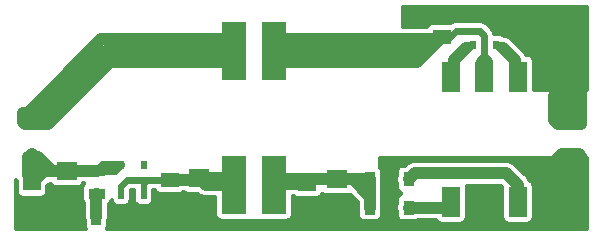
<source format=gtl>
G04 (created by PCBNEW (2013-07-07 BZR 4022)-stable) date 5/2/2017 9:55:28 AM*
%MOIN*%
G04 Gerber Fmt 3.4, Leading zero omitted, Abs format*
%FSLAX34Y34*%
G01*
G70*
G90*
G04 APERTURE LIST*
%ADD10C,0.00590551*%
%ADD11R,0.02X0.03*%
%ADD12R,0.0358268X0.0480315*%
%ADD13R,0.055X0.035*%
%ADD14R,0.035X0.055*%
%ADD15C,0.0393701*%
%ADD16R,0.071X0.063*%
%ADD17R,0.059X0.0512*%
%ADD18R,0.0614173X0.102362*%
%ADD19R,0.0826772X0.192913*%
%ADD20C,0.019685*%
%ADD21C,0.0393701*%
%ADD22C,0.0275591*%
%ADD23C,0.023622*%
%ADD24C,0.011811*%
G04 APERTURE END LIST*
G54D10*
G54D11*
X15471Y-1503D03*
X16221Y-1503D03*
X15471Y-503D03*
X15846Y-1503D03*
X16221Y-503D03*
X3739Y-6503D03*
X4489Y-6503D03*
X3739Y-5503D03*
X4114Y-6503D03*
X4489Y-5503D03*
G54D12*
X13320Y-5984D03*
X12033Y-5984D03*
X13320Y-6929D03*
X12033Y-6929D03*
G54D13*
X2933Y-5707D03*
X2933Y-6457D03*
G54D14*
X2912Y-7224D03*
X3662Y-7224D03*
G54D15*
X767Y-5145D03*
X767Y-4145D03*
X18759Y-5145D03*
X18759Y-4145D03*
G54D16*
X13425Y-1652D03*
X13425Y-552D03*
X10944Y-5985D03*
X10944Y-7085D03*
X1929Y-5709D03*
X1929Y-6809D03*
X6318Y-5926D03*
X6318Y-7026D03*
G54D17*
X767Y-6121D03*
X767Y-6871D03*
X5354Y-6002D03*
X5354Y-6752D03*
X9940Y-6140D03*
X9940Y-6890D03*
X14421Y-1252D03*
X14421Y-502D03*
G54D18*
X16964Y-2557D03*
X15846Y-2557D03*
X14728Y-2557D03*
X14728Y-6734D03*
X15846Y-6734D03*
X16964Y-6734D03*
G54D19*
X8838Y-6181D03*
X7500Y-6181D03*
X7500Y-1692D03*
X8838Y-1692D03*
G54D15*
X18759Y-6102D03*
X18759Y-5570D03*
X4055Y-7224D03*
X1929Y-7263D03*
X5354Y-7125D03*
X9940Y-7440D03*
X15846Y-7440D03*
X10944Y-7440D03*
X6318Y-7440D03*
X1358Y-7263D03*
X767Y-7263D03*
G54D20*
X1287Y-4145D02*
X1181Y-4251D01*
X1181Y-4251D02*
X492Y-4251D01*
X492Y-4251D02*
X354Y-4114D01*
X354Y-4114D02*
X354Y-3740D01*
X354Y-3740D02*
X433Y-3661D01*
X433Y-3661D02*
X728Y-3661D01*
G54D21*
X7500Y-1692D02*
X7125Y-1318D01*
X7125Y-1318D02*
X3070Y-1318D01*
X3070Y-1318D02*
X728Y-3661D01*
X728Y-3661D02*
X531Y-3858D01*
X531Y-3858D02*
X531Y-3909D01*
X531Y-3909D02*
X767Y-4145D01*
X7500Y-1692D02*
X7125Y-2066D01*
X7125Y-2066D02*
X3366Y-2066D01*
X3366Y-2066D02*
X1287Y-4145D01*
X1287Y-4145D02*
X767Y-4145D01*
X7500Y-1692D02*
X3220Y-1692D01*
X3220Y-1692D02*
X767Y-4145D01*
G54D20*
X767Y-5145D02*
X992Y-5145D01*
X992Y-5145D02*
X1556Y-5709D01*
X1556Y-5709D02*
X1929Y-5709D01*
X767Y-5145D02*
X602Y-5145D01*
X602Y-5145D02*
X531Y-5216D01*
X531Y-5216D02*
X531Y-5884D01*
X531Y-5884D02*
X767Y-6121D01*
G54D22*
X3739Y-5503D02*
X3535Y-5707D01*
X3535Y-5707D02*
X2933Y-5707D01*
X3739Y-5503D02*
X3136Y-5503D01*
X3136Y-5503D02*
X2933Y-5707D01*
G54D21*
X2933Y-5707D02*
X1931Y-5707D01*
X1931Y-5707D02*
X1929Y-5709D01*
X1261Y-5709D02*
X1178Y-5709D01*
X1178Y-5709D02*
X767Y-6121D01*
X1929Y-5709D02*
X1261Y-5709D01*
X1261Y-5709D02*
X767Y-5216D01*
X767Y-5216D02*
X767Y-5145D01*
X767Y-5145D02*
X767Y-6121D01*
X18759Y-4145D02*
X19043Y-4145D01*
X19043Y-4145D02*
X19055Y-4133D01*
X19055Y-4133D02*
X19055Y-3850D01*
X18759Y-4145D02*
X18289Y-4145D01*
X18289Y-4145D02*
X18159Y-4015D01*
X18159Y-4015D02*
X18159Y-3198D01*
X18159Y-3198D02*
X18454Y-2903D01*
X18759Y-4145D02*
X18454Y-3840D01*
X18454Y-3840D02*
X18454Y-2903D01*
X18454Y-2903D02*
X18759Y-2598D01*
X18759Y-4145D02*
X19055Y-3850D01*
X19055Y-3850D02*
X19055Y-2893D01*
X19055Y-2893D02*
X18759Y-2598D01*
G54D23*
X18759Y-4145D02*
X18759Y-2598D01*
X18759Y-2598D02*
X18759Y-2224D01*
X18759Y-2224D02*
X17039Y-503D01*
X17039Y-503D02*
X16221Y-503D01*
X14421Y-502D02*
X13474Y-502D01*
X13474Y-502D02*
X13425Y-552D01*
X15471Y-503D02*
X14422Y-503D01*
X14422Y-503D02*
X14421Y-502D01*
X16221Y-503D02*
X15471Y-503D01*
X3662Y-7224D02*
X4055Y-7224D01*
X1929Y-6809D02*
X1929Y-7263D01*
G54D20*
X4114Y-6978D02*
X5128Y-6978D01*
X5128Y-6978D02*
X5354Y-6752D01*
G54D21*
X18759Y-5145D02*
X18994Y-5145D01*
X18994Y-5145D02*
X19114Y-5265D01*
X19114Y-5265D02*
X19114Y-5501D01*
X19114Y-5501D02*
X18745Y-5871D01*
X18759Y-5145D02*
X18446Y-5145D01*
X18446Y-5145D02*
X18248Y-5344D01*
X18248Y-5344D02*
X18248Y-5374D01*
X18248Y-5374D02*
X18745Y-5871D01*
X18745Y-5871D02*
X18759Y-5885D01*
G54D20*
X18759Y-5145D02*
X18759Y-5570D01*
X18759Y-5570D02*
X18759Y-5885D01*
X18759Y-5885D02*
X18759Y-6102D01*
X18759Y-6102D02*
X18759Y-6791D01*
X18759Y-6791D02*
X17972Y-7578D01*
X17972Y-7578D02*
X15984Y-7578D01*
X15984Y-7578D02*
X15846Y-7440D01*
X5354Y-6752D02*
X5354Y-7125D01*
X9940Y-6890D02*
X9940Y-7440D01*
X15846Y-7440D02*
X15669Y-7618D01*
X15669Y-7618D02*
X11122Y-7618D01*
X11122Y-7618D02*
X10944Y-7440D01*
X15846Y-6734D02*
X15846Y-7440D01*
X10944Y-7085D02*
X10944Y-7440D01*
X6318Y-7026D02*
X6318Y-7440D01*
X1358Y-6871D02*
X1358Y-7263D01*
X767Y-6871D02*
X767Y-7263D01*
X4114Y-6503D02*
X4114Y-6978D01*
X4114Y-6978D02*
X4114Y-7007D01*
X4114Y-7007D02*
X3897Y-7224D01*
X3897Y-7224D02*
X3662Y-7224D01*
G54D21*
X767Y-6871D02*
X1358Y-6871D01*
X1358Y-6871D02*
X1867Y-6871D01*
X1867Y-6871D02*
X1929Y-6809D01*
X6318Y-7026D02*
X6792Y-7500D01*
X6792Y-7500D02*
X9586Y-7500D01*
X9586Y-7500D02*
X9940Y-7145D01*
X9940Y-7145D02*
X9940Y-6890D01*
X5354Y-6752D02*
X5627Y-7026D01*
X5627Y-7026D02*
X6318Y-7026D01*
X9940Y-6890D02*
X10135Y-7085D01*
X10135Y-7085D02*
X10944Y-7085D01*
X12952Y-1318D02*
X14355Y-1318D01*
X14355Y-1318D02*
X14421Y-1252D01*
X8838Y-1692D02*
X9212Y-1318D01*
X9212Y-1318D02*
X12952Y-1318D01*
X12952Y-1318D02*
X13010Y-1318D01*
X13010Y-1318D02*
X13384Y-1692D01*
X13384Y-1692D02*
X13425Y-1652D01*
X8838Y-1692D02*
X9212Y-2066D01*
X9212Y-2066D02*
X13607Y-2066D01*
X13607Y-2066D02*
X14021Y-1652D01*
X8838Y-1692D02*
X13384Y-1692D01*
X13384Y-1692D02*
X13425Y-1652D01*
X14421Y-1252D02*
X14021Y-1652D01*
X14021Y-1652D02*
X13425Y-1652D01*
G54D23*
X15846Y-1503D02*
X15846Y-1200D01*
X15846Y-1200D02*
X15688Y-1043D01*
X15688Y-1043D02*
X14901Y-1043D01*
X14901Y-1043D02*
X14691Y-1252D01*
X14691Y-1252D02*
X14421Y-1252D01*
G54D20*
X15846Y-1830D02*
X15649Y-2027D01*
X15649Y-2027D02*
X15649Y-2360D01*
X15649Y-2360D02*
X15846Y-2557D01*
X15846Y-1830D02*
X16043Y-2027D01*
X16043Y-2027D02*
X16043Y-2360D01*
X16043Y-2360D02*
X15846Y-2557D01*
G54D23*
X15846Y-1503D02*
X15846Y-1692D01*
X15846Y-1692D02*
X15846Y-1830D01*
X15846Y-1830D02*
X15846Y-2557D01*
G54D21*
X16964Y-6734D02*
X16964Y-6177D01*
X13517Y-5787D02*
X13320Y-5984D01*
X16574Y-5787D02*
X13517Y-5787D01*
X16964Y-6177D02*
X16574Y-5787D01*
X14728Y-6734D02*
X14533Y-6929D01*
X14533Y-6929D02*
X13320Y-6929D01*
G54D20*
X4489Y-6503D02*
X4489Y-6140D01*
X4489Y-6140D02*
X4626Y-6002D01*
G54D23*
X5354Y-6002D02*
X4626Y-6002D01*
X4626Y-6002D02*
X3937Y-6002D01*
X3937Y-6002D02*
X3740Y-6200D01*
G54D20*
X3740Y-6200D02*
X3740Y-6502D01*
X3740Y-6502D02*
X3739Y-6503D01*
G54D21*
X5354Y-6002D02*
X6242Y-6002D01*
X6242Y-6002D02*
X6318Y-5926D01*
X7500Y-6181D02*
X7480Y-6161D01*
X7480Y-6161D02*
X6553Y-6161D01*
X6553Y-6161D02*
X6318Y-5926D01*
X6318Y-5926D02*
X7245Y-5926D01*
X7245Y-5926D02*
X7500Y-6181D01*
X2933Y-6457D02*
X2912Y-6478D01*
X2912Y-6478D02*
X2912Y-7224D01*
G54D20*
X16221Y-1503D02*
X16484Y-1503D01*
X16484Y-1503D02*
X16964Y-1984D01*
X16964Y-1984D02*
X16964Y-2557D01*
X16221Y-1503D02*
X16964Y-2247D01*
X16964Y-2247D02*
X16964Y-2557D01*
X15471Y-1503D02*
X15208Y-1503D01*
X15208Y-1503D02*
X14728Y-1984D01*
X14728Y-1984D02*
X14728Y-2557D01*
X15471Y-1503D02*
X14728Y-2247D01*
X14728Y-2247D02*
X14728Y-2557D01*
G54D21*
X8838Y-6181D02*
X9035Y-5984D01*
X9035Y-5984D02*
X10943Y-5984D01*
X10943Y-5984D02*
X10944Y-5985D01*
X8838Y-6181D02*
X8878Y-6140D01*
X8878Y-6140D02*
X9940Y-6140D01*
X10944Y-5985D02*
X10096Y-5985D01*
X10096Y-5985D02*
X9940Y-6140D01*
X10944Y-5985D02*
X11457Y-5985D01*
X11457Y-5985D02*
X12033Y-6561D01*
X10944Y-5985D02*
X12032Y-5985D01*
X12032Y-5985D02*
X12033Y-5984D01*
X12033Y-6929D02*
X12033Y-6561D01*
X12033Y-6561D02*
X12033Y-5984D01*
G54D10*
G36*
X19251Y-3011D02*
X17488Y-3011D01*
X17488Y-2024D01*
X17479Y-1982D01*
X17463Y-1943D01*
X17440Y-1907D01*
X17410Y-1877D01*
X17375Y-1853D01*
X17335Y-1837D01*
X17294Y-1828D01*
X17251Y-1828D01*
X17236Y-1828D01*
X17228Y-1812D01*
X17227Y-1811D01*
X17226Y-1809D01*
X17208Y-1787D01*
X17190Y-1764D01*
X17188Y-1762D01*
X17188Y-1762D01*
X17188Y-1762D01*
X17187Y-1761D01*
X16706Y-1281D01*
X16684Y-1262D01*
X16662Y-1244D01*
X16660Y-1243D01*
X16659Y-1242D01*
X16633Y-1228D01*
X16608Y-1214D01*
X16606Y-1213D01*
X16605Y-1213D01*
X16577Y-1204D01*
X16549Y-1195D01*
X16548Y-1195D01*
X16546Y-1195D01*
X16517Y-1192D01*
X16488Y-1189D01*
X16485Y-1188D01*
X16485Y-1188D01*
X16485Y-1188D01*
X16484Y-1188D01*
X16462Y-1188D01*
X16460Y-1186D01*
X16424Y-1162D01*
X16385Y-1146D01*
X16344Y-1137D01*
X16301Y-1137D01*
X16174Y-1137D01*
X16174Y-1135D01*
X16165Y-1106D01*
X16157Y-1076D01*
X16156Y-1074D01*
X16155Y-1073D01*
X16141Y-1045D01*
X16127Y-1018D01*
X16126Y-1017D01*
X16125Y-1015D01*
X16105Y-991D01*
X16086Y-967D01*
X16083Y-965D01*
X16083Y-964D01*
X16083Y-964D01*
X16083Y-964D01*
X15925Y-806D01*
X15901Y-787D01*
X15878Y-767D01*
X15876Y-766D01*
X15875Y-765D01*
X15847Y-750D01*
X15820Y-735D01*
X15819Y-735D01*
X15817Y-734D01*
X15787Y-725D01*
X15758Y-715D01*
X15756Y-715D01*
X15755Y-715D01*
X15724Y-712D01*
X15693Y-708D01*
X15690Y-708D01*
X15690Y-708D01*
X15690Y-708D01*
X15688Y-708D01*
X14901Y-708D01*
X14870Y-711D01*
X14840Y-714D01*
X14838Y-714D01*
X14836Y-715D01*
X14806Y-723D01*
X14777Y-732D01*
X14775Y-733D01*
X14774Y-733D01*
X14746Y-748D01*
X14719Y-762D01*
X14717Y-763D01*
X14716Y-764D01*
X14697Y-780D01*
X14696Y-780D01*
X14105Y-780D01*
X14063Y-788D01*
X14024Y-804D01*
X13988Y-828D01*
X13958Y-858D01*
X13934Y-893D01*
X13929Y-905D01*
X13129Y-905D01*
X13129Y-236D01*
X19251Y-236D01*
X19251Y-3011D01*
X19251Y-3011D01*
G37*
G54D24*
X19251Y-3011D02*
X17488Y-3011D01*
X17488Y-2024D01*
X17479Y-1982D01*
X17463Y-1943D01*
X17440Y-1907D01*
X17410Y-1877D01*
X17375Y-1853D01*
X17335Y-1837D01*
X17294Y-1828D01*
X17251Y-1828D01*
X17236Y-1828D01*
X17228Y-1812D01*
X17227Y-1811D01*
X17226Y-1809D01*
X17208Y-1787D01*
X17190Y-1764D01*
X17188Y-1762D01*
X17188Y-1762D01*
X17188Y-1762D01*
X17187Y-1761D01*
X16706Y-1281D01*
X16684Y-1262D01*
X16662Y-1244D01*
X16660Y-1243D01*
X16659Y-1242D01*
X16633Y-1228D01*
X16608Y-1214D01*
X16606Y-1213D01*
X16605Y-1213D01*
X16577Y-1204D01*
X16549Y-1195D01*
X16548Y-1195D01*
X16546Y-1195D01*
X16517Y-1192D01*
X16488Y-1189D01*
X16485Y-1188D01*
X16485Y-1188D01*
X16485Y-1188D01*
X16484Y-1188D01*
X16462Y-1188D01*
X16460Y-1186D01*
X16424Y-1162D01*
X16385Y-1146D01*
X16344Y-1137D01*
X16301Y-1137D01*
X16174Y-1137D01*
X16174Y-1135D01*
X16165Y-1106D01*
X16157Y-1076D01*
X16156Y-1074D01*
X16155Y-1073D01*
X16141Y-1045D01*
X16127Y-1018D01*
X16126Y-1017D01*
X16125Y-1015D01*
X16105Y-991D01*
X16086Y-967D01*
X16083Y-965D01*
X16083Y-964D01*
X16083Y-964D01*
X16083Y-964D01*
X15925Y-806D01*
X15901Y-787D01*
X15878Y-767D01*
X15876Y-766D01*
X15875Y-765D01*
X15847Y-750D01*
X15820Y-735D01*
X15819Y-735D01*
X15817Y-734D01*
X15787Y-725D01*
X15758Y-715D01*
X15756Y-715D01*
X15755Y-715D01*
X15724Y-712D01*
X15693Y-708D01*
X15690Y-708D01*
X15690Y-708D01*
X15690Y-708D01*
X15688Y-708D01*
X14901Y-708D01*
X14870Y-711D01*
X14840Y-714D01*
X14838Y-714D01*
X14836Y-715D01*
X14806Y-723D01*
X14777Y-732D01*
X14775Y-733D01*
X14774Y-733D01*
X14746Y-748D01*
X14719Y-762D01*
X14717Y-763D01*
X14716Y-764D01*
X14697Y-780D01*
X14696Y-780D01*
X14105Y-780D01*
X14063Y-788D01*
X14024Y-804D01*
X13988Y-828D01*
X13958Y-858D01*
X13934Y-893D01*
X13929Y-905D01*
X13129Y-905D01*
X13129Y-236D01*
X19251Y-236D01*
X19251Y-3011D01*
G54D10*
G36*
X2569Y-7637D02*
X236Y-7637D01*
X236Y-5992D01*
X239Y-6001D01*
X239Y-6003D01*
X240Y-6004D01*
X253Y-6030D01*
X256Y-6034D01*
X256Y-6398D01*
X264Y-6439D01*
X280Y-6479D01*
X304Y-6514D01*
X334Y-6544D01*
X369Y-6568D01*
X408Y-6584D01*
X449Y-6593D01*
X492Y-6593D01*
X1083Y-6593D01*
X1125Y-6585D01*
X1164Y-6569D01*
X1200Y-6545D01*
X1230Y-6515D01*
X1254Y-6480D01*
X1270Y-6441D01*
X1279Y-6399D01*
X1279Y-6357D01*
X1279Y-6194D01*
X1350Y-6123D01*
X1380Y-6123D01*
X1382Y-6126D01*
X1405Y-6162D01*
X1435Y-6192D01*
X1470Y-6216D01*
X1509Y-6232D01*
X1551Y-6241D01*
X1593Y-6241D01*
X2305Y-6241D01*
X2347Y-6233D01*
X2386Y-6216D01*
X2421Y-6193D01*
X2451Y-6163D01*
X2475Y-6128D01*
X2478Y-6121D01*
X2513Y-6121D01*
X2490Y-6143D01*
X2466Y-6179D01*
X2450Y-6218D01*
X2441Y-6259D01*
X2441Y-6302D01*
X2441Y-6653D01*
X2449Y-6695D01*
X2465Y-6734D01*
X2489Y-6770D01*
X2499Y-6779D01*
X2499Y-7224D01*
X2506Y-7304D01*
X2520Y-7350D01*
X2520Y-7520D01*
X2529Y-7562D01*
X2545Y-7601D01*
X2568Y-7636D01*
X2569Y-7637D01*
X2569Y-7637D01*
G37*
G54D24*
X2569Y-7637D02*
X236Y-7637D01*
X236Y-5992D01*
X239Y-6001D01*
X239Y-6003D01*
X240Y-6004D01*
X253Y-6030D01*
X256Y-6034D01*
X256Y-6398D01*
X264Y-6439D01*
X280Y-6479D01*
X304Y-6514D01*
X334Y-6544D01*
X369Y-6568D01*
X408Y-6584D01*
X449Y-6593D01*
X492Y-6593D01*
X1083Y-6593D01*
X1125Y-6585D01*
X1164Y-6569D01*
X1200Y-6545D01*
X1230Y-6515D01*
X1254Y-6480D01*
X1270Y-6441D01*
X1279Y-6399D01*
X1279Y-6357D01*
X1279Y-6194D01*
X1350Y-6123D01*
X1380Y-6123D01*
X1382Y-6126D01*
X1405Y-6162D01*
X1435Y-6192D01*
X1470Y-6216D01*
X1509Y-6232D01*
X1551Y-6241D01*
X1593Y-6241D01*
X2305Y-6241D01*
X2347Y-6233D01*
X2386Y-6216D01*
X2421Y-6193D01*
X2451Y-6163D01*
X2475Y-6128D01*
X2478Y-6121D01*
X2513Y-6121D01*
X2490Y-6143D01*
X2466Y-6179D01*
X2450Y-6218D01*
X2441Y-6259D01*
X2441Y-6302D01*
X2441Y-6653D01*
X2449Y-6695D01*
X2465Y-6734D01*
X2489Y-6770D01*
X2499Y-6779D01*
X2499Y-7224D01*
X2506Y-7304D01*
X2520Y-7350D01*
X2520Y-7520D01*
X2529Y-7562D01*
X2545Y-7601D01*
X2568Y-7636D01*
X2569Y-7637D01*
G54D10*
G36*
X19251Y-7637D02*
X17488Y-7637D01*
X17488Y-7226D01*
X17488Y-6201D01*
X17479Y-6159D01*
X17463Y-6120D01*
X17440Y-6084D01*
X17410Y-6054D01*
X17375Y-6031D01*
X17346Y-6018D01*
X17328Y-5985D01*
X17311Y-5952D01*
X17309Y-5950D01*
X17308Y-5948D01*
X17284Y-5918D01*
X17260Y-5888D01*
X17257Y-5885D01*
X17257Y-5885D01*
X17257Y-5885D01*
X17256Y-5884D01*
X16867Y-5495D01*
X16837Y-5470D01*
X16808Y-5446D01*
X16806Y-5445D01*
X16804Y-5443D01*
X16771Y-5425D01*
X16737Y-5407D01*
X16735Y-5406D01*
X16733Y-5405D01*
X16697Y-5394D01*
X16660Y-5383D01*
X16658Y-5382D01*
X16656Y-5382D01*
X16618Y-5378D01*
X16580Y-5374D01*
X16576Y-5374D01*
X16576Y-5374D01*
X16576Y-5374D01*
X16574Y-5374D01*
X13517Y-5374D01*
X13479Y-5377D01*
X13441Y-5381D01*
X13439Y-5381D01*
X13437Y-5381D01*
X13400Y-5392D01*
X13364Y-5403D01*
X13362Y-5404D01*
X13360Y-5405D01*
X13326Y-5423D01*
X13292Y-5440D01*
X13290Y-5442D01*
X13288Y-5443D01*
X13259Y-5467D01*
X13229Y-5491D01*
X13226Y-5494D01*
X13226Y-5494D01*
X13226Y-5494D01*
X13225Y-5495D01*
X13192Y-5527D01*
X13120Y-5527D01*
X13078Y-5535D01*
X13039Y-5551D01*
X13004Y-5575D01*
X12974Y-5605D01*
X12950Y-5640D01*
X12933Y-5679D01*
X12925Y-5721D01*
X12925Y-5763D01*
X12925Y-5871D01*
X12915Y-5902D01*
X12907Y-5982D01*
X12915Y-6063D01*
X12925Y-6096D01*
X12925Y-6245D01*
X12933Y-6287D01*
X12949Y-6326D01*
X12973Y-6361D01*
X13003Y-6392D01*
X13038Y-6415D01*
X13070Y-6429D01*
X13070Y-6483D01*
X13039Y-6496D01*
X13004Y-6520D01*
X12974Y-6550D01*
X12950Y-6585D01*
X12933Y-6624D01*
X12925Y-6666D01*
X12925Y-6708D01*
X12925Y-6816D01*
X12915Y-6846D01*
X12907Y-6926D01*
X12914Y-7006D01*
X12925Y-7041D01*
X12925Y-7190D01*
X12933Y-7232D01*
X12949Y-7271D01*
X12973Y-7306D01*
X13003Y-7336D01*
X13038Y-7360D01*
X13077Y-7377D01*
X13118Y-7385D01*
X13161Y-7385D01*
X13521Y-7385D01*
X13562Y-7377D01*
X13602Y-7361D01*
X13630Y-7342D01*
X14226Y-7342D01*
X14229Y-7348D01*
X14252Y-7383D01*
X14282Y-7413D01*
X14317Y-7437D01*
X14356Y-7453D01*
X14398Y-7462D01*
X14440Y-7462D01*
X15056Y-7462D01*
X15098Y-7454D01*
X15137Y-7438D01*
X15172Y-7414D01*
X15203Y-7384D01*
X15226Y-7349D01*
X15243Y-7310D01*
X15251Y-7268D01*
X15252Y-7226D01*
X15251Y-6201D01*
X15251Y-6200D01*
X16403Y-6200D01*
X16440Y-6238D01*
X16440Y-6242D01*
X16440Y-7267D01*
X16449Y-7308D01*
X16465Y-7348D01*
X16488Y-7383D01*
X16518Y-7413D01*
X16553Y-7437D01*
X16593Y-7453D01*
X16634Y-7462D01*
X16677Y-7462D01*
X17292Y-7462D01*
X17334Y-7454D01*
X17373Y-7438D01*
X17409Y-7414D01*
X17439Y-7384D01*
X17463Y-7349D01*
X17479Y-7310D01*
X17488Y-7268D01*
X17488Y-7226D01*
X17488Y-7637D01*
X3255Y-7637D01*
X3278Y-7602D01*
X3295Y-7563D01*
X3303Y-7522D01*
X3304Y-7479D01*
X3304Y-7350D01*
X3316Y-7310D01*
X3325Y-7230D01*
X3325Y-7224D01*
X3325Y-6814D01*
X3345Y-6801D01*
X3375Y-6771D01*
X3399Y-6736D01*
X3415Y-6697D01*
X3422Y-6664D01*
X3422Y-6675D01*
X3430Y-6716D01*
X3447Y-6756D01*
X3470Y-6791D01*
X3500Y-6821D01*
X3535Y-6845D01*
X3574Y-6861D01*
X3616Y-6870D01*
X3658Y-6870D01*
X3860Y-6870D01*
X3902Y-6862D01*
X3941Y-6846D01*
X3976Y-6822D01*
X4006Y-6792D01*
X4030Y-6757D01*
X4047Y-6718D01*
X4055Y-6676D01*
X4055Y-6634D01*
X4055Y-6358D01*
X4076Y-6337D01*
X4172Y-6337D01*
X4172Y-6373D01*
X4172Y-6675D01*
X4180Y-6716D01*
X4197Y-6756D01*
X4220Y-6791D01*
X4250Y-6821D01*
X4285Y-6845D01*
X4324Y-6861D01*
X4366Y-6870D01*
X4408Y-6870D01*
X4610Y-6870D01*
X4652Y-6862D01*
X4691Y-6846D01*
X4726Y-6822D01*
X4756Y-6792D01*
X4780Y-6757D01*
X4797Y-6718D01*
X4805Y-6676D01*
X4805Y-6634D01*
X4805Y-6337D01*
X4857Y-6337D01*
X4867Y-6361D01*
X4890Y-6396D01*
X4920Y-6426D01*
X4955Y-6450D01*
X4994Y-6466D01*
X5036Y-6475D01*
X5079Y-6475D01*
X5670Y-6475D01*
X5712Y-6467D01*
X5751Y-6451D01*
X5786Y-6427D01*
X5798Y-6416D01*
X5836Y-6416D01*
X5860Y-6432D01*
X5899Y-6449D01*
X5941Y-6457D01*
X5983Y-6458D01*
X6266Y-6458D01*
X6291Y-6477D01*
X6320Y-6502D01*
X6322Y-6503D01*
X6323Y-6504D01*
X6357Y-6522D01*
X6391Y-6541D01*
X6393Y-6542D01*
X6395Y-6543D01*
X6431Y-6554D01*
X6467Y-6565D01*
X6470Y-6566D01*
X6472Y-6566D01*
X6510Y-6570D01*
X6548Y-6574D01*
X6552Y-6574D01*
X6552Y-6574D01*
X6552Y-6574D01*
X6553Y-6574D01*
X6870Y-6574D01*
X6870Y-7166D01*
X6878Y-7208D01*
X6894Y-7247D01*
X6917Y-7283D01*
X6947Y-7313D01*
X6983Y-7337D01*
X7022Y-7353D01*
X7063Y-7362D01*
X7106Y-7362D01*
X7934Y-7362D01*
X7934Y-7362D01*
X8423Y-7362D01*
X8444Y-7362D01*
X9273Y-7362D01*
X9314Y-7353D01*
X9354Y-7337D01*
X9389Y-7314D01*
X9419Y-7284D01*
X9443Y-7249D01*
X9459Y-7210D01*
X9468Y-7168D01*
X9468Y-7125D01*
X9468Y-6554D01*
X9497Y-6554D01*
X9507Y-6564D01*
X9542Y-6588D01*
X9581Y-6604D01*
X9623Y-6613D01*
X9665Y-6613D01*
X10257Y-6613D01*
X10298Y-6605D01*
X10338Y-6588D01*
X10373Y-6565D01*
X10403Y-6535D01*
X10427Y-6500D01*
X10443Y-6461D01*
X10443Y-6460D01*
X10451Y-6468D01*
X10486Y-6491D01*
X10525Y-6508D01*
X10567Y-6516D01*
X10609Y-6517D01*
X11321Y-6516D01*
X11362Y-6508D01*
X11386Y-6498D01*
X11620Y-6732D01*
X11620Y-6929D01*
X11627Y-7009D01*
X11637Y-7041D01*
X11637Y-7190D01*
X11646Y-7232D01*
X11662Y-7271D01*
X11685Y-7306D01*
X11715Y-7336D01*
X11750Y-7360D01*
X11789Y-7377D01*
X11831Y-7385D01*
X11874Y-7385D01*
X12233Y-7385D01*
X12275Y-7377D01*
X12314Y-7361D01*
X12350Y-7337D01*
X12380Y-7307D01*
X12403Y-7272D01*
X12420Y-7233D01*
X12428Y-7192D01*
X12429Y-7149D01*
X12429Y-7042D01*
X12437Y-7015D01*
X12446Y-6934D01*
X12446Y-6929D01*
X12446Y-6561D01*
X12446Y-5984D01*
X12442Y-5944D01*
X12439Y-5905D01*
X12439Y-5904D01*
X12438Y-5903D01*
X12429Y-5871D01*
X12429Y-5722D01*
X12420Y-5681D01*
X12404Y-5641D01*
X12381Y-5606D01*
X12372Y-5597D01*
X12372Y-5275D01*
X19251Y-5275D01*
X19251Y-7637D01*
X19251Y-7637D01*
G37*
G54D24*
X19251Y-7637D02*
X17488Y-7637D01*
X17488Y-7226D01*
X17488Y-6201D01*
X17479Y-6159D01*
X17463Y-6120D01*
X17440Y-6084D01*
X17410Y-6054D01*
X17375Y-6031D01*
X17346Y-6018D01*
X17328Y-5985D01*
X17311Y-5952D01*
X17309Y-5950D01*
X17308Y-5948D01*
X17284Y-5918D01*
X17260Y-5888D01*
X17257Y-5885D01*
X17257Y-5885D01*
X17257Y-5885D01*
X17256Y-5884D01*
X16867Y-5495D01*
X16837Y-5470D01*
X16808Y-5446D01*
X16806Y-5445D01*
X16804Y-5443D01*
X16771Y-5425D01*
X16737Y-5407D01*
X16735Y-5406D01*
X16733Y-5405D01*
X16697Y-5394D01*
X16660Y-5383D01*
X16658Y-5382D01*
X16656Y-5382D01*
X16618Y-5378D01*
X16580Y-5374D01*
X16576Y-5374D01*
X16576Y-5374D01*
X16576Y-5374D01*
X16574Y-5374D01*
X13517Y-5374D01*
X13479Y-5377D01*
X13441Y-5381D01*
X13439Y-5381D01*
X13437Y-5381D01*
X13400Y-5392D01*
X13364Y-5403D01*
X13362Y-5404D01*
X13360Y-5405D01*
X13326Y-5423D01*
X13292Y-5440D01*
X13290Y-5442D01*
X13288Y-5443D01*
X13259Y-5467D01*
X13229Y-5491D01*
X13226Y-5494D01*
X13226Y-5494D01*
X13226Y-5494D01*
X13225Y-5495D01*
X13192Y-5527D01*
X13120Y-5527D01*
X13078Y-5535D01*
X13039Y-5551D01*
X13004Y-5575D01*
X12974Y-5605D01*
X12950Y-5640D01*
X12933Y-5679D01*
X12925Y-5721D01*
X12925Y-5763D01*
X12925Y-5871D01*
X12915Y-5902D01*
X12907Y-5982D01*
X12915Y-6063D01*
X12925Y-6096D01*
X12925Y-6245D01*
X12933Y-6287D01*
X12949Y-6326D01*
X12973Y-6361D01*
X13003Y-6392D01*
X13038Y-6415D01*
X13070Y-6429D01*
X13070Y-6483D01*
X13039Y-6496D01*
X13004Y-6520D01*
X12974Y-6550D01*
X12950Y-6585D01*
X12933Y-6624D01*
X12925Y-6666D01*
X12925Y-6708D01*
X12925Y-6816D01*
X12915Y-6846D01*
X12907Y-6926D01*
X12914Y-7006D01*
X12925Y-7041D01*
X12925Y-7190D01*
X12933Y-7232D01*
X12949Y-7271D01*
X12973Y-7306D01*
X13003Y-7336D01*
X13038Y-7360D01*
X13077Y-7377D01*
X13118Y-7385D01*
X13161Y-7385D01*
X13521Y-7385D01*
X13562Y-7377D01*
X13602Y-7361D01*
X13630Y-7342D01*
X14226Y-7342D01*
X14229Y-7348D01*
X14252Y-7383D01*
X14282Y-7413D01*
X14317Y-7437D01*
X14356Y-7453D01*
X14398Y-7462D01*
X14440Y-7462D01*
X15056Y-7462D01*
X15098Y-7454D01*
X15137Y-7438D01*
X15172Y-7414D01*
X15203Y-7384D01*
X15226Y-7349D01*
X15243Y-7310D01*
X15251Y-7268D01*
X15252Y-7226D01*
X15251Y-6201D01*
X15251Y-6200D01*
X16403Y-6200D01*
X16440Y-6238D01*
X16440Y-6242D01*
X16440Y-7267D01*
X16449Y-7308D01*
X16465Y-7348D01*
X16488Y-7383D01*
X16518Y-7413D01*
X16553Y-7437D01*
X16593Y-7453D01*
X16634Y-7462D01*
X16677Y-7462D01*
X17292Y-7462D01*
X17334Y-7454D01*
X17373Y-7438D01*
X17409Y-7414D01*
X17439Y-7384D01*
X17463Y-7349D01*
X17479Y-7310D01*
X17488Y-7268D01*
X17488Y-7226D01*
X17488Y-7637D01*
X3255Y-7637D01*
X3278Y-7602D01*
X3295Y-7563D01*
X3303Y-7522D01*
X3304Y-7479D01*
X3304Y-7350D01*
X3316Y-7310D01*
X3325Y-7230D01*
X3325Y-7224D01*
X3325Y-6814D01*
X3345Y-6801D01*
X3375Y-6771D01*
X3399Y-6736D01*
X3415Y-6697D01*
X3422Y-6664D01*
X3422Y-6675D01*
X3430Y-6716D01*
X3447Y-6756D01*
X3470Y-6791D01*
X3500Y-6821D01*
X3535Y-6845D01*
X3574Y-6861D01*
X3616Y-6870D01*
X3658Y-6870D01*
X3860Y-6870D01*
X3902Y-6862D01*
X3941Y-6846D01*
X3976Y-6822D01*
X4006Y-6792D01*
X4030Y-6757D01*
X4047Y-6718D01*
X4055Y-6676D01*
X4055Y-6634D01*
X4055Y-6358D01*
X4076Y-6337D01*
X4172Y-6337D01*
X4172Y-6373D01*
X4172Y-6675D01*
X4180Y-6716D01*
X4197Y-6756D01*
X4220Y-6791D01*
X4250Y-6821D01*
X4285Y-6845D01*
X4324Y-6861D01*
X4366Y-6870D01*
X4408Y-6870D01*
X4610Y-6870D01*
X4652Y-6862D01*
X4691Y-6846D01*
X4726Y-6822D01*
X4756Y-6792D01*
X4780Y-6757D01*
X4797Y-6718D01*
X4805Y-6676D01*
X4805Y-6634D01*
X4805Y-6337D01*
X4857Y-6337D01*
X4867Y-6361D01*
X4890Y-6396D01*
X4920Y-6426D01*
X4955Y-6450D01*
X4994Y-6466D01*
X5036Y-6475D01*
X5079Y-6475D01*
X5670Y-6475D01*
X5712Y-6467D01*
X5751Y-6451D01*
X5786Y-6427D01*
X5798Y-6416D01*
X5836Y-6416D01*
X5860Y-6432D01*
X5899Y-6449D01*
X5941Y-6457D01*
X5983Y-6458D01*
X6266Y-6458D01*
X6291Y-6477D01*
X6320Y-6502D01*
X6322Y-6503D01*
X6323Y-6504D01*
X6357Y-6522D01*
X6391Y-6541D01*
X6393Y-6542D01*
X6395Y-6543D01*
X6431Y-6554D01*
X6467Y-6565D01*
X6470Y-6566D01*
X6472Y-6566D01*
X6510Y-6570D01*
X6548Y-6574D01*
X6552Y-6574D01*
X6552Y-6574D01*
X6552Y-6574D01*
X6553Y-6574D01*
X6870Y-6574D01*
X6870Y-7166D01*
X6878Y-7208D01*
X6894Y-7247D01*
X6917Y-7283D01*
X6947Y-7313D01*
X6983Y-7337D01*
X7022Y-7353D01*
X7063Y-7362D01*
X7106Y-7362D01*
X7934Y-7362D01*
X7934Y-7362D01*
X8423Y-7362D01*
X8444Y-7362D01*
X9273Y-7362D01*
X9314Y-7353D01*
X9354Y-7337D01*
X9389Y-7314D01*
X9419Y-7284D01*
X9443Y-7249D01*
X9459Y-7210D01*
X9468Y-7168D01*
X9468Y-7125D01*
X9468Y-6554D01*
X9497Y-6554D01*
X9507Y-6564D01*
X9542Y-6588D01*
X9581Y-6604D01*
X9623Y-6613D01*
X9665Y-6613D01*
X10257Y-6613D01*
X10298Y-6605D01*
X10338Y-6588D01*
X10373Y-6565D01*
X10403Y-6535D01*
X10427Y-6500D01*
X10443Y-6461D01*
X10443Y-6460D01*
X10451Y-6468D01*
X10486Y-6491D01*
X10525Y-6508D01*
X10567Y-6516D01*
X10609Y-6517D01*
X11321Y-6516D01*
X11362Y-6508D01*
X11386Y-6498D01*
X11620Y-6732D01*
X11620Y-6929D01*
X11627Y-7009D01*
X11637Y-7041D01*
X11637Y-7190D01*
X11646Y-7232D01*
X11662Y-7271D01*
X11685Y-7306D01*
X11715Y-7336D01*
X11750Y-7360D01*
X11789Y-7377D01*
X11831Y-7385D01*
X11874Y-7385D01*
X12233Y-7385D01*
X12275Y-7377D01*
X12314Y-7361D01*
X12350Y-7337D01*
X12380Y-7307D01*
X12403Y-7272D01*
X12420Y-7233D01*
X12428Y-7192D01*
X12429Y-7149D01*
X12429Y-7042D01*
X12437Y-7015D01*
X12446Y-6934D01*
X12446Y-6929D01*
X12446Y-6561D01*
X12446Y-5984D01*
X12442Y-5944D01*
X12439Y-5905D01*
X12439Y-5904D01*
X12438Y-5903D01*
X12429Y-5871D01*
X12429Y-5722D01*
X12420Y-5681D01*
X12404Y-5641D01*
X12381Y-5606D01*
X12372Y-5597D01*
X12372Y-5275D01*
X19251Y-5275D01*
X19251Y-7637D01*
M02*

</source>
